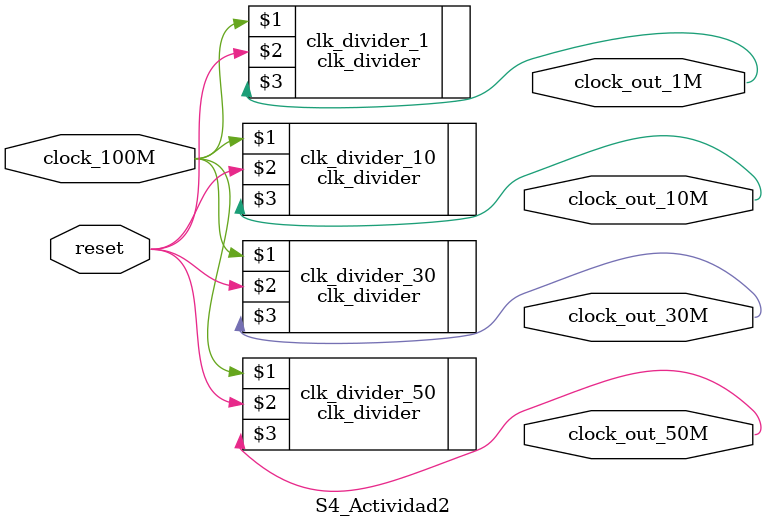
<source format=sv>
`timescale 1ns / 1ps

module S4_Actividad2 (
    input  logic  clock_100M,
    input  logic  reset,

    output logic clock_out_50M,
    output logic clock_out_30M,
    output logic clock_out_10M,
    output logic clock_out_1M
);

clk_divider #(.clk_out(50)) clk_divider_50 (clock_100M, reset, clock_out_50M);
clk_divider #(.clk_out(30)) clk_divider_30 (clock_100M, reset, clock_out_30M);
clk_divider #(.clk_out(10)) clk_divider_10 (clock_100M, reset, clock_out_10M);
clk_divider #(.clk_out( 1)) clk_divider_1  (clock_100M, reset, clock_out_1M );

endmodule
</source>
